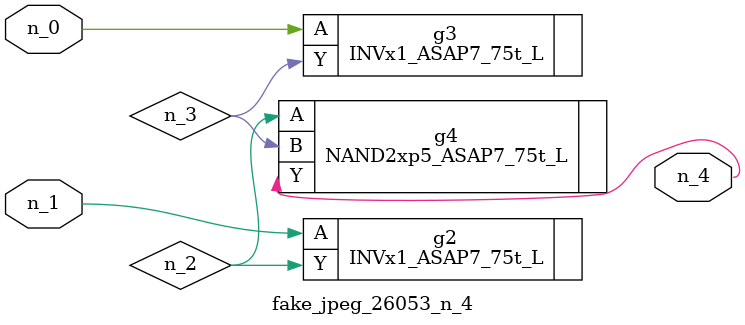
<source format=v>
module fake_jpeg_26053_n_4 (n_0, n_1, n_4);

input n_0;
input n_1;

output n_4;

wire n_2;
wire n_3;

INVx1_ASAP7_75t_L g2 ( 
.A(n_1),
.Y(n_2)
);

INVx1_ASAP7_75t_L g3 ( 
.A(n_0),
.Y(n_3)
);

NAND2xp5_ASAP7_75t_L g4 ( 
.A(n_2),
.B(n_3),
.Y(n_4)
);


endmodule
</source>
